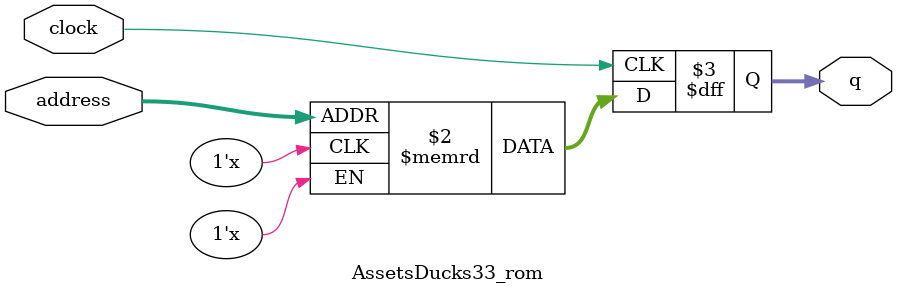
<source format=sv>
module AssetsDucks33_rom (
	input logic clock,
	input logic [11:0] address,
	output logic [3:0] q
);

logic [3:0] memory [0:4095] /* synthesis ram_init_file = "./AssetsDucks33/AssetsDucks33.mif" */;

always_ff @ (posedge clock) begin
	q <= memory[address];
end

endmodule

</source>
